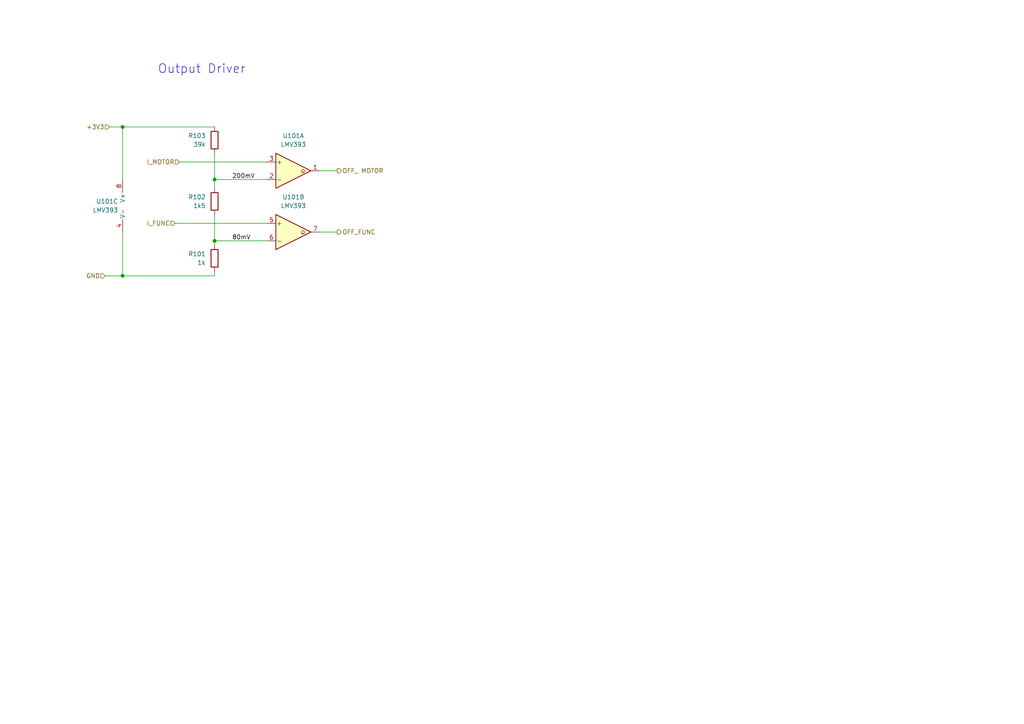
<source format=kicad_sch>
(kicad_sch (version 20231120) (generator "eeschema") (generator_version "8.0")
  (paper "A4")
  (title_block (title "xDuinoRail - LocDecoder - Development Kit") (date "2024-10-09") (rev "v0.2") (company "Chatelain Engineering, Bern - CH"))
  (lib_symbols
    (symbol "Comparator:LMV393" (pin_names (offset 0.127))
      (property "Reference" "U" (at 3.81 3.81 0))
      (property "Value" "LMV393" (at 6.35 -3.81 0))
      (symbol "LMV393_1_1"
        (polyline (pts (xy -5.08 5.08) (xy 5.08 0) (xy -5.08 -5.08) (xy -5.08 5.08)) (stroke (width 0.254)) (fill (type background)))
        (polyline (pts (xy 3.302 -0.508) (xy 2.794 -0.508) (xy 3.302 0) (xy 2.794 0.508) (xy 2.286 0) (xy 2.794 -0.508) (xy 2.286 -0.508)) (stroke (width 0.127)))
        (pin open_collector line (at 7.62 0 180) (length 2.54) (name "~") (number "1"))
        (pin input line (at -7.62 -2.54 0) (length 2.54) (name "-") (number "2"))
        (pin input line (at -7.62 2.54 0) (length 2.54) (name "+") (number "3"))
      )
      (symbol "LMV393_2_1"
        (polyline (pts (xy -5.08 5.08) (xy 5.08 0) (xy -5.08 -5.08) (xy -5.08 5.08)) (stroke (width 0.254)) (fill (type background)))
        (polyline (pts (xy 3.302 -0.508) (xy 2.794 -0.508) (xy 3.302 0) (xy 2.794 0.508) (xy 2.286 0) (xy 2.794 -0.508) (xy 2.286 -0.508)) (stroke (width 0.127)))
        (pin input line (at -7.62 2.54 0) (length 2.54) (name "+") (number "5"))
        (pin input line (at -7.62 -2.54 0) (length 2.54) (name "-") (number "6"))
        (pin open_collector line (at 7.62 0 180) (length 2.54) (name "~") (number "7"))
      )
      (symbol "LMV393_3_1"
        (pin power_in line (at -2.54 -7.62 90) (length 3.81) (name "V-") (number "4"))
        (pin power_in line (at -2.54 7.62 270) (length 3.81) (name "V+") (number "8"))
      )
    )
    (symbol "Device:R" (pin_numbers hide) (pin_names (offset 0))
      (property "Reference" "R" (at 2.032 0 90))
      (property "Value" "R" (at 0 0 90))
      (symbol "R_0_1"
        (rectangle (start -1.016 -2.54) (end 1.016 2.54) (stroke (width 0.254)))
      )
      (symbol "R_1_1"
        (pin passive line (at 0 3.81 270) (length 1.27) (name "~") (number "1"))
        (pin passive line (at 0 -3.81 90) (length 1.27) (name "~") (number "2"))
      )
    )
  )
  (junction (at 62.23 52.07))
  (junction (at 35.56 80.01))
  (junction (at 35.56 36.83))
  (junction (at 62.23 69.85))
  (wire (pts (xy 35.56 67.31) (xy 35.56 80.01)))
  (wire (pts (xy 52.07 46.99) (xy 77.47 46.99)))
  (wire (pts (xy 62.23 52.07) (xy 62.23 54.61)))
  (wire (pts (xy 62.23 44.45) (xy 62.23 52.07)))
  (wire (pts (xy 35.56 80.01) (xy 62.23 80.01)))
  (wire (pts (xy 62.23 80.01) (xy 62.23 78.74)))
  (wire (pts (xy 31.75 36.83) (xy 35.56 36.83)))
  (wire (pts (xy 62.23 52.07) (xy 77.47 52.07)))
  (wire (pts (xy 92.71 67.31) (xy 97.79 67.31)))
  (wire (pts (xy 35.56 36.83) (xy 35.56 52.07)))
  (wire (pts (xy 35.56 36.83) (xy 62.23 36.83)))
  (wire (pts (xy 30.48 80.01) (xy 35.56 80.01)))
  (wire (pts (xy 97.79 49.53) (xy 92.71 49.53)))
  (wire (pts (xy 77.47 64.77) (xy 50.8 64.77)))
  (wire (pts (xy 62.23 62.23) (xy 62.23 69.85)))
  (wire (pts (xy 62.23 69.85) (xy 62.23 71.12)))
  (wire (pts (xy 62.23 69.85) (xy 77.47 69.85)))
  (text "Output Driver" (at 45.72 21.59 0) (effects (font (size 2.54 2.54)) (justify left bottom)))
  (label "200mV" (at 67.31 52.07 0))
  (label "80mV" (at 67.31 69.85 0))
  (hierarchical_label "OFF_ MOTOR" (shape output) (at 97.79 49.53 0))
  (hierarchical_label "I_MOTOR" (shape input) (at 52.07 46.99 180))
  (hierarchical_label "OFF_FUNC" (shape output) (at 97.79 67.31 0))
  (hierarchical_label "GND" (shape input) (at 30.48 80.01 180))
  (hierarchical_label "I_FUNC" (shape input) (at 50.8 64.77 180))
  (hierarchical_label "+3V3" (shape input) (at 31.75 36.83 180))
  (symbol (lib_id "Comparator:LMV393") (at 33.02 59.69 0) (mirror y) (unit 3)
    (property "Reference" "U101" (at 34.29 58.4199 0) (effects (justify left)))
    (property "Value" "LMV393" (at 34.29 60.9599 0) (effects (justify left)))
    (property "Datasheet" "http://www.ti.com/lit/ds/symlink/lmv331.pdf" (effects (hide yes)))
    (property "Description" "Dual General-Purpose Low-Voltage Comparator, SOIC-8/TSSOP-8/VSSOP-8" (effects (hide yes)))
  )
  (symbol (lib_id "Device:R") (at 62.23 40.64 0) (mirror y) (unit 1)
    (property "Reference" "R103" (at 59.69 39.3699 0) (effects (justify left)))
    (property "Value" "39k" (at 59.69 41.9099 0) (effects (justify left)))
    (property "Description" "Resistor" (effects (hide yes)))
  )
  (symbol (lib_id "Comparator:LMV393") (at 85.09 49.53 0) (unit 1)
    (property "Reference" "U101" (at 85.09 39.37 0))
    (property "Value" "LMV393" (at 85.09 41.91 0))
    (property "Datasheet" "http://www.ti.com/lit/ds/symlink/lmv331.pdf" (effects (hide yes)))
    (property "Description" "Dual General-Purpose Low-Voltage Comparator, SOIC-8/TSSOP-8/VSSOP-8" (effects (hide yes)))
  )
  (symbol (lib_id "Device:R") (at 62.23 74.93 0) (mirror y) (unit 1)
    (property "Reference" "R101" (at 59.69 73.6599 0) (effects (justify left)))
    (property "Value" "1k" (at 59.69 76.1999 0) (effects (justify left)))
    (property "Description" "Resistor" (effects (hide yes)))
  )
  (symbol (lib_id "Comparator:LMV393") (at 85.09 67.31 0) (unit 2)
    (property "Reference" "U101" (at 85.09 57.15 0))
    (property "Value" "LMV393" (at 85.09 59.69 0))
    (property "Datasheet" "http://www.ti.com/lit/ds/symlink/lmv331.pdf" (effects (hide yes)))
    (property "Description" "Dual General-Purpose Low-Voltage Comparator, SOIC-8/TSSOP-8/VSSOP-8" (effects (hide yes)))
  )
  (symbol (lib_id "Device:R") (at 62.23 58.42 0) (unit 1)
    (property "Reference" "R102" (at 59.69 57.1499 0) (effects (justify right)))
    (property "Value" "1k5" (at 59.69 59.6899 0) (effects (justify right)))
    (property "Description" "Resistor" (effects (hide yes)))
  )
)
</source>
